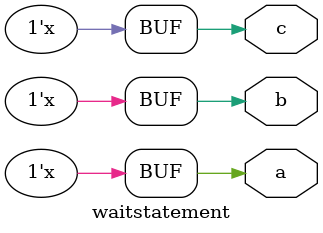
<source format=v>
`timescale 1ns / 1ps
module waitstatement(a,b,c);
output a,b,c;
reg a,b,c;
	initial begin
		// Initialize Inputs
		 a = 0; b = 0; c = 0;
	 end
	always begin
		#10 ; a = ~ a; 
	end
	 
	always begin
		#20 b = ~ b;
	end

	always #40 c = ~ c; 

endmodule


</source>
